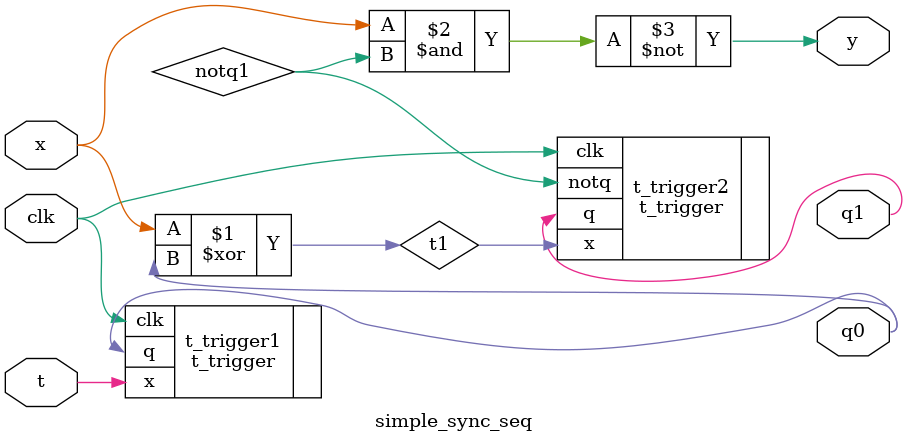
<source format=v>
`timescale 1ns / 1ps

module simple_sync_seq(clk, t, x, y, q0, q1);
  input clk;
  input t, x;
  output y, q0, q1;
  wire q0, t1, q1, notq1;

  assign t1 = x ^ q0;
  assign y = ~(x & notq1);

  t_trigger t_trigger1(.clk(clk), .x(t), .q(q0));
  t_trigger t_trigger2(.clk(clk), .x(t1), .q(q1), .notq(notq1));
endmodule
</source>
